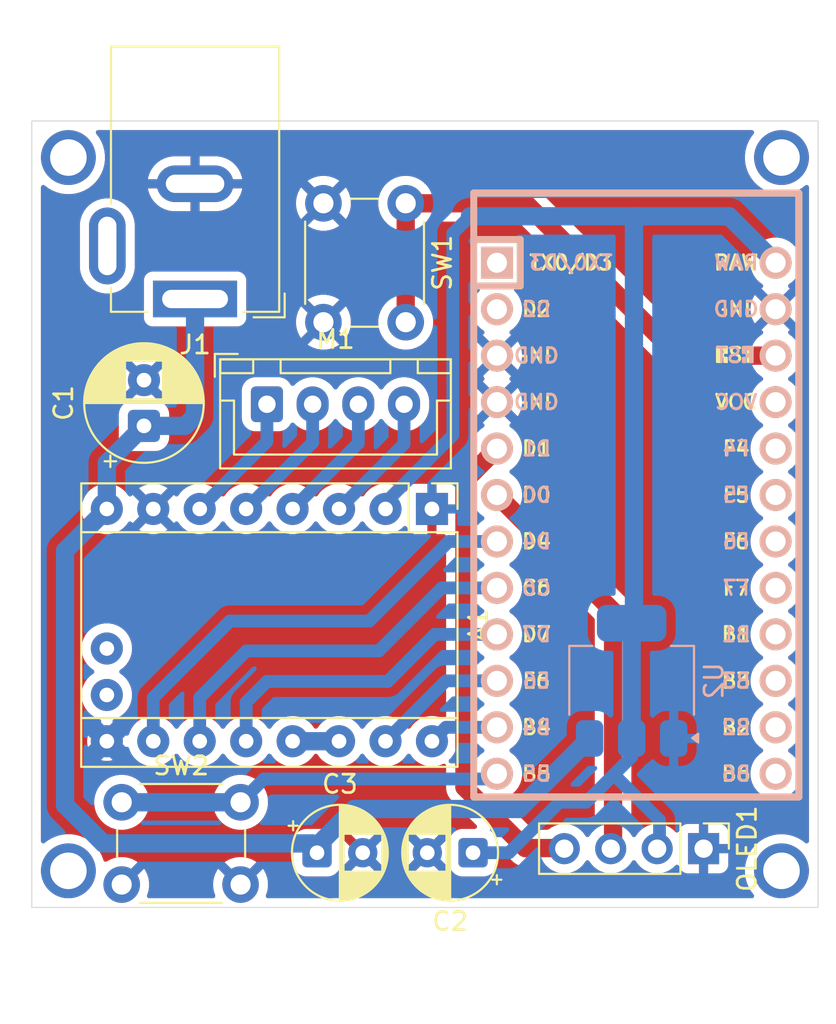
<source format=kicad_pcb>
(kicad_pcb (version 20241229) (generator "pcbnew") (generator_version "9.0")
  (layers (0 "F.Cu" signal) (2 "B.Cu" signal) (13 "F.Paste" user) (15 "B.Paste" user) (5 "F.SilkS" user "F.Silkscreen") (7 "B.SilkS" user "B.Silkscreen") (1 "F.Mask" user) (3 "B.Mask" user) (25 "Edge.Cuts" user))
  (net 0 "")
  (net 1 "Net-(A1-1A)")
  (net 2 "Net-(A1-STEP)")
  (net 3 "Net-(A1-VDD)")
  (net 4 "Net-(A1-DIR)")
  (net 5 "Net-(A1-~{RESET})")
  (net 6 "Net-(A1-1B)")
  (net 16 "Net-(A1-VMOT)")
  (net 17 "GND")
  (net 20 "Net-(A1-2B)")
  (net 21 "Net-(A1-2A)")
  (net 22 "Net-(U1-RST)")
  (net 23 "Net-(U1-~D9{slash}A9)")
  (net 24 "Net-(A1-MS3)")
  (net 25 "Net-(A1-MS2)")
  (net 26 "Net-(A1-MS1)")
  (net 27 "Net-(OLED1-SDA)")
  (net 28 "Net-(OLED1-SCL)")
  (footprint "Connector_PinHeader_2.54mm:PinHeader_1x04_P2.54mm_Vertical" (layer "F.Cu") (at 39.37 -5.588 -90)
    (property "Reference" "OLED1" (at 0 -2.38 90) (layer "F.SilkS"))
    (property "Value" "Conn_01x04_MountingPin")
    (pad "1" thru_hole rect (at 0 0 270) (size 1.7 1.7) (drill 1) (layers "*.Cu" "*.Mask") (net 17 "GND"))
    (pad "2" thru_hole circle (at 0 2.54 270) (size 1.7 1.7) (drill 1) (layers "*.Cu" "*.Mask") (net 3 "Net-(A1-VDD)"))
    (pad "3" thru_hole circle (at 0 5.08 270) (size 1.7 1.7) (drill 1) (layers "*.Cu" "*.Mask") (net 28 "Net-(OLED1-SCL)"))
    (pad "4" thru_hole circle (at 0 7.62 270) (size 1.7 1.7) (drill 1) (layers "*.Cu" "*.Mask") (net 27 "Net-(OLED1-SDA)"))
  )
  (footprint "Button_Switch_THT:SW_PUSH_6mm" (layer "F.Cu") (at 7.546 -8.124)
    (property "Reference" "SW2" (at 3.25 -2 0) (layer "F.SilkS"))
    (property "Value" "SW_Push")
    (pad "1" thru_hole circle (at 0 0 90) (size 2 2) (drill 1.1) (layers "*.Cu" "*.Mask") (net 23 "Net-(U1-~D9{slash}A9)"))
    (pad "1" thru_hole circle (at 6.5 0 90) (size 2 2) (drill 1.1) (layers "*.Cu" "*.Mask") (net 23 "Net-(U1-~D9{slash}A9)"))
    (pad "2" thru_hole circle (at 0 4.5 90) (size 2 2) (drill 1.1) (layers "*.Cu" "*.Mask") (net 17 "GND"))
    (pad "2" thru_hole circle (at 6.5 4.5 90) (size 2 2) (drill 1.1) (layers "*.Cu" "*.Mask") (net 17 "GND"))
  )
  (footprint "Capacitor_THT:CP_Radial_D5.0mm_P2.50mm" (layer "F.Cu") (at 18.226888 -5.366)
    (property "Reference" "C3" (at 1.25 -3.75 0) (layer "F.SilkS"))
    (property "Value" "C_Polarized_Small")
    (pad "1" thru_hole roundrect (at 0 0) (size 1.6 1.6) (drill 0.8) (layers "*.Cu" "*.Mask") (roundrect_rratio 0.15625) (net 16 "Net-(A1-VMOT)"))
    (pad "2" thru_hole circle (at 2.5 0) (size 1.6 1.6) (drill 0.8) (layers "*.Cu" "*.Mask") (net 17 "GND"))
  )
  (footprint "Connector_BarrelJack:BarrelJack_GCT_DCJ200-10-A_Horizontal" (layer "F.Cu") (at 11.558 -35.642 180)
    (property "Reference" "J1" (at 0 -2.5 0) (layer "F.SilkS"))
    (property "Value" "Barrel_Jack_MountingPin")
    (pad "1" thru_hole rect (at 0 0 180) (size 4.6 2) (drill oval 3.6 1) (layers "*.Cu" "*.Mask") (net 16 "Net-(A1-VMOT)"))
    (pad "2" thru_hole oval (at 0 6.3 180) (size 4.2 2) (drill oval 3.2 1) (layers "*.Cu" "*.Mask") (net 17 "GND"))
    (pad "3" thru_hole oval (at 4.8 2.9 180) (size 2 4.2) (drill oval 1 3.2) (layers "*.Cu" "*.Mask"))
  )
  (footprint "Capacitor_THT:CP_Radial_D6.3mm_P2.50mm" (layer "F.Cu") (at 8.764 -28.70462 90)
    (property "Reference" "C1" (at 1.25 -4.4 90) (layer "F.SilkS"))
    (property "Value" "C")
    (pad "1" thru_hole roundrect (at 0 0 90) (size 1.7526 1.7526) (drill 0.8) (layers "*.Cu" "*.Mask") (roundrect_rratio 0.15625) (net 16 "Net-(A1-VMOT)"))
    (pad "2" thru_hole circle (at 2.5 0 90) (size 1.7526 1.7526) (drill 0.8) (layers "*.Cu" "*.Mask") (net 17 "GND"))
  )
  (footprint "Keebio:ArduinoProMicro" (layer "F.Cu") (at 35.688 -23.654 -90)
    (property "Reference" "U1" (hide yes))
    (property "Value" "ProMicro" (hide yes))
    (fp_text user "F4" (at -3.81 -5.461 0) (layer "F.SilkS") (effects (font (size 0.8 0.8))))
    (fp_text user "F5" (at -1.27 -5.461 0) (layer "F.SilkS") (effects (font (size 0.8 0.8))))
    (fp_text user "B2" (at 11.43 -5.461 0) (layer "F.SilkS") (effects (font (size 0.8 0.8))))
    (fp_text user "ST" (at -8.92 -5.73312 0) (layer "F.SilkS") (effects (font (size 0.8 0.8))))
    (fp_text user "E6" (at 8.89 5.461 0) (layer "F.SilkS") (effects (font (size 0.8 0.8))))
    (fp_text user "TX0/D3" (at -13.97 3.571872 0) (layer "F.SilkS") (effects (font (size 0.8 0.8))))
    (fp_text user "F6" (at 1.27 -5.461 0) (layer "F.SilkS") (effects (font (size 0.8 0.8))))
    (fp_text user "RAW" (at -13.97 -5.461 0) (layer "F.SilkS") (effects (font (size 0.8 0.8))))
    (fp_text user "D2" (at -11.43 5.461 0) (layer "F.SilkS") (effects (font (size 0.8 0.8))))
    (fp_text user "D1" (at -3.81 5.461 0) (layer "F.SilkS") (effects (font (size 0.8 0.8))))
    (fp_text user "GND" (at -8.89 5.461 0) (layer "F.SilkS") (effects (font (size 0.8 0.8))))
    (fp_text user "B4" (at 11.43 5.461 0) (layer "F.SilkS") (effects (font (size 0.8 0.8))))
    (fp_text user "B1" (at 6.35 -5.461 0) (layer "F.SilkS") (effects (font (size 0.8 0.8))))
    (fp_text user "D4" (at 1.27 5.461 0) (layer "F.SilkS") (effects (font (size 0.8 0.8))))
    (fp_text user "D7" (at 6.35 5.461 0) (layer "F.SilkS") (effects (font (size 0.8 0.8))))
    (fp_text user "B6" (at 13.97 -5.461 0) (layer "F.SilkS") (effects (font (size 0.8 0.8))))
    (fp_text user "VCC" (at -6.35 -5.461 0) (layer "F.SilkS") (effects (font (size 0.8 0.8))))
    (fp_text user "GND" (at -11.43 -5.461 0) (layer "F.SilkS") (effects (font (size 0.8 0.8))))
    (fp_text user "B5" (at 13.97 5.461 0) (layer "F.SilkS") (effects (font (size 0.8 0.8))))
    (fp_text user "C6" (at 3.81 5.461 0) (layer "F.SilkS") (effects (font (size 0.8 0.8))))
    (fp_text user "GND" (at -6.35 5.461 0) (layer "F.SilkS") (effects (font (size 0.8 0.8))))
    (fp_text user "B3" (at 8.89 -5.461 0) (layer "F.SilkS") (effects (font (size 0.8 0.8))))
    (fp_text user "F7" (at 3.81 -5.461 0) (layer "F.SilkS") (effects (font (size 0.8 0.8))))
    (fp_text user "D0" (at -1.27 5.461 0) (layer "F.SilkS") (effects (font (size 0.8 0.8))))
    (fp_text user "C6" (at 3.81 5.461 0) (layer "B.SilkS") (effects (font (size 0.8 0.8)) (justify mirror)))
    (fp_text user "D2" (at -11.43 5.461 0) (layer "B.SilkS") (effects (font (size 0.8 0.8)) (justify mirror)))
    (fp_text user "D4" (at 1.27 5.461 0) (layer "B.SilkS") (effects (font (size 0.8 0.8)) (justify mirror)))
    (fp_text user "TX0/D3" (at -13.97 3.571872 0) (layer "B.SilkS") (effects (font (size 0.8 0.8)) (justify mirror)))
    (fp_text user "GND" (at -6.35 5.461 0) (layer "B.SilkS") (effects (font (size 0.8 0.8)) (justify mirror)))
    (fp_text user "D0" (at -1.27 5.461 0) (layer "B.SilkS") (effects (font (size 0.8 0.8)) (justify mirror)))
    (fp_text user "ST" (at -8.91 -5.04 0) (layer "B.SilkS") (effects (font (size 0.8 0.8)) (justify mirror)))
    (fp_text user "B4" (at 11.43 5.461 0) (layer "B.SilkS") (effects (font (size 0.8 0.8)) (justify mirror)))
    (fp_text user "D7" (at 6.35 5.461 0) (layer "B.SilkS") (effects (font (size 0.8 0.8)) (justify mirror)))
    (fp_text user "F7" (at 3.81 -5.461 0) (layer "B.SilkS") (effects (font (size 0.8 0.8)) (justify mirror)))
    (fp_text user "F5" (at -1.27 -5.461 0) (layer "B.SilkS") (effects (font (size 0.8 0.8)) (justify mirror)))
    (fp_text user "RAW" (at -13.97 -5.461 0) (layer "B.SilkS") (effects (font (size 0.8 0.8)) (justify mirror)))
    (fp_text user "B5" (at 13.97 5.461 0) (layer "B.SilkS") (effects (font (size 0.8 0.8)) (justify mirror)))
    (fp_text user "VCC" (at -6.35 -5.461 0) (layer "B.SilkS") (effects (font (size 0.8 0.8)) (justify mirror)))
    (fp_text user "E6" (at 8.89 5.461 0) (layer "B.SilkS") (effects (font (size 0.8 0.8)) (justify mirror)))
    (fp_text user "B6" (at 13.97 -5.461 0) (layer "B.SilkS") (effects (font (size 0.8 0.8)) (justify mirror)))
    (fp_text user "F4" (at -3.81 -5.461 0) (layer "B.SilkS") (effects (font (size 0.8 0.8)) (justify mirror)))
    (fp_text user "GND" (at -11.43 -5.461 0) (layer "B.SilkS") (effects (font (size 0.8 0.8)) (justify mirror)))
    (fp_text user "GND" (at -8.89 5.461 0) (layer "B.SilkS") (effects (font (size 0.8 0.8)) (justify mirror)))
    (fp_text user "F6" (at 1.27 -5.461 0) (layer "B.SilkS") (effects (font (size 0.8 0.8)) (justify mirror)))
    (fp_text user "B3" (at 8.89 -5.461 0) (layer "B.SilkS") (effects (font (size 0.8 0.8)) (justify mirror)))
    (fp_text user "B2" (at 11.43 -5.461 0) (layer "B.SilkS") (effects (font (size 0.8 0.8)) (justify mirror)))
    (fp_text user "D1" (at -3.81 5.461 0) (layer "B.SilkS") (effects (font (size 0.8 0.8)) (justify mirror)))
    (fp_text user "B1" (at 6.35 -5.461 0) (layer "B.SilkS") (effects (font (size 0.8 0.8)) (justify mirror)))
    (pad "1" thru_hole rect (at -13.97 7.62 270) (size 1.7526 1.7526) (drill 1.0922) (layers "*.Cu" "*.SilkS" "*.Mask"))
    (pad "2" thru_hole circle (at -11.43 7.62 270) (size 1.7526 1.7526) (drill 1.0922) (layers "*.Cu" "*.SilkS" "*.Mask"))
    (pad "3" thru_hole circle (at -8.89 7.62 270) (size 1.7526 1.7526) (drill 1.0922) (layers "*.Cu" "*.SilkS" "*.Mask") (net 17 "GND"))
    (pad "4" thru_hole circle (at -6.35 7.62 270) (size 1.7526 1.7526) (drill 1.0922) (layers "*.Cu" "*.SilkS" "*.Mask") (net 17 "GND"))
    (pad "5" thru_hole circle (at -3.81 7.62 270) (size 1.7526 1.7526) (drill 1.0922) (layers "*.Cu" "*.SilkS" "*.Mask") (net 27 "Net-(OLED1-SDA)"))
    (pad "6" thru_hole circle (at -1.27 7.62 270) (size 1.7526 1.7526) (drill 1.0922) (layers "*.Cu" "*.SilkS" "*.Mask") (net 28 "Net-(OLED1-SCL)"))
    (pad "7" thru_hole circle (at 1.27 7.62 270) (size 1.7526 1.7526) (drill 1.0922) (layers "*.Cu" "*.SilkS" "*.Mask") (net 26 "Net-(A1-MS1)"))
    (pad "8" thru_hole circle (at 3.81 7.62 270) (size 1.7526 1.7526) (drill 1.0922) (layers "*.Cu" "*.SilkS" "*.Mask") (net 25 "Net-(A1-MS2)"))
    (pad "9" thru_hole circle (at 6.35 7.62 270) (size 1.7526 1.7526) (drill 1.0922) (layers "*.Cu" "*.SilkS" "*.Mask") (net 24 "Net-(A1-MS3)"))
    (pad "10" thru_hole circle (at 8.89 7.62 270) (size 1.7526 1.7526) (drill 1.0922) (layers "*.Cu" "*.SilkS" "*.Mask") (net 2 "Net-(A1-STEP)"))
    (pad "11" thru_hole circle (at 11.43 7.62 270) (size 1.7526 1.7526) (drill 1.0922) (layers "*.Cu" "*.SilkS" "*.Mask") (net 4 "Net-(A1-DIR)"))
    (pad "12" thru_hole circle (at 13.97 7.62 270) (size 1.7526 1.7526) (drill 1.0922) (layers "*.Cu" "*.SilkS" "*.Mask") (net 23 "Net-(U1-~D9{slash}A9)"))
    (pad "13" thru_hole circle (at 13.97 -7.62 270) (size 1.7526 1.7526) (drill 1.0922) (layers "*.Cu" "*.SilkS" "*.Mask"))
    (pad "14" thru_hole circle (at 11.43 -7.62 270) (size 1.7526 1.7526) (drill 1.0922) (layers "*.Cu" "*.SilkS" "*.Mask"))
    (pad "15" thru_hole circle (at 8.89 -7.62 270) (size 1.7526 1.7526) (drill 1.0922) (layers "*.Cu" "*.SilkS" "*.Mask"))
    (pad "16" thru_hole circle (at 6.35 -7.62 270) (size 1.7526 1.7526) (drill 1.0922) (layers "*.Cu" "*.SilkS" "*.Mask"))
    (pad "17" thru_hole circle (at 3.81 -7.62 270) (size 1.7526 1.7526) (drill 1.0922) (layers "*.Cu" "*.SilkS" "*.Mask"))
    (pad "18" thru_hole circle (at 1.27 -7.62 270) (size 1.7526 1.7526) (drill 1.0922) (layers "*.Cu" "*.SilkS" "*.Mask"))
    (pad "19" thru_hole circle (at -1.27 -7.62 270) (size 1.7526 1.7526) (drill 1.0922) (layers "*.Cu" "*.SilkS" "*.Mask"))
    (pad "20" thru_hole circle (at -3.81 -7.62 270) (size 1.7526 1.7526) (drill 1.0922) (layers "*.Cu" "*.SilkS" "*.Mask"))
    (pad "21" thru_hole circle (at -6.35 -7.62 270) (size 1.7526 1.7526) (drill 1.0922) (layers "*.Cu" "*.SilkS" "*.Mask"))
    (pad "22" thru_hole circle (at -8.89 -7.62 270) (size 1.7526 1.7526) (drill 1.0922) (layers "*.Cu" "*.SilkS" "*.Mask") (net 22 "Net-(U1-RST)"))
    (pad "23" thru_hole circle (at -11.43 -7.62 270) (size 1.7526 1.7526) (drill 1.0922) (layers "*.Cu" "*.SilkS" "*.Mask") (net 17 "GND"))
    (pad "24" thru_hole circle (at -13.97 -7.62 270) (size 1.7526 1.7526) (drill 1.0922) (layers "*.Cu" "*.SilkS" "*.Mask") (net 3 "Net-(A1-VDD)"))
  )
  (footprint "Button_Switch_THT:SW_PUSH_6mm" (layer "F.Cu") (at 23.078 -40.874 -90)
    (property "Reference" "SW1" (at 3.25 -2 270) (layer "F.SilkS"))
    (property "Value" "SW_Push")
    (pad "1" thru_hole circle (at 0 0) (size 2 2) (drill 1.1) (layers "*.Cu" "*.Mask") (net 22 "Net-(U1-RST)"))
    (pad "1" thru_hole circle (at 6.5 0) (size 2 2) (drill 1.1) (layers "*.Cu" "*.Mask") (net 22 "Net-(U1-RST)"))
    (pad "2" thru_hole circle (at 0 4.5) (size 2 2) (drill 1.1) (layers "*.Cu" "*.Mask") (net 17 "GND"))
    (pad "2" thru_hole circle (at 6.5 4.5) (size 2 2) (drill 1.1) (layers "*.Cu" "*.Mask") (net 17 "GND"))
  )
  (footprint "Connector_JST:JST_XH_B4B-XH-A_1x04_P2.50mm_Vertical" (layer "F.Cu") (at 15.488 -29.887)
    (property "Reference" "M1" (at 3.75 -3.55 0) (layer "F.SilkS"))
    (property "Value" "Stepper_Motor_bipolar")
    (pad "1" thru_hole roundrect (at 0 0) (size 1.7526 1.95) (drill 0.95) (layers "*.Cu" "*.Mask") (roundrect_rratio 0.147059) (net 20 "Net-(A1-2B)"))
    (pad "2" thru_hole oval (at 2.5 0) (size 1.7526 1.95) (drill 0.95) (layers "*.Cu" "*.Mask") (net 21 "Net-(A1-2A)"))
    (pad "3" thru_hole oval (at 5 0) (size 1.7526 1.95) (drill 0.95) (layers "*.Cu" "*.Mask") (net 1 "Net-(A1-1A)"))
    (pad "4" thru_hole oval (at 7.5 0) (size 1.7526 1.95) (drill 0.95) (layers "*.Cu" "*.Mask") (net 6 "Net-(A1-1B)"))
  )
  (footprint "Module:Pololu_Breakout-16_15.2x20.3mm" (layer "F.Cu") (at 24.512 -24.162 -90)
    (property "Reference" "A1" (at 6.35 -2.54 90) (layer "F.SilkS"))
    (property "Value" "Pololu_Breakout_A4988")
    (pad "1" thru_hole rect (at 0 0 270) (size 1.7526 1.7526) (drill 0.8) (layers "*.Cu" "*.Mask") (net 17 "GND"))
    (pad "2" thru_hole circle (at 0 2.54 270) (size 1.7526 1.7526) (drill 0.8) (layers "*.Cu" "*.Mask") (net 3 "Net-(A1-VDD)"))
    (pad "3" thru_hole circle (at 0 5.08 270) (size 1.7526 1.7526) (drill 0.8) (layers "*.Cu" "*.Mask") (net 6 "Net-(A1-1B)"))
    (pad "4" thru_hole circle (at 0 7.62 270) (size 1.7526 1.7526) (drill 0.8) (layers "*.Cu" "*.Mask") (net 1 "Net-(A1-1A)"))
    (pad "5" thru_hole circle (at 0 10.16 270) (size 1.7526 1.7526) (drill 0.8) (layers "*.Cu" "*.Mask") (net 21 "Net-(A1-2A)"))
    (pad "6" thru_hole circle (at 0 12.7 270) (size 1.7526 1.7526) (drill 0.8) (layers "*.Cu" "*.Mask") (net 20 "Net-(A1-2B)"))
    (pad "7" thru_hole circle (at 0 15.24 270) (size 1.7526 1.7526) (drill 0.8) (layers "*.Cu" "*.Mask") (net 17 "GND"))
    (pad "8" thru_hole circle (at 0 17.78 270) (size 1.7526 1.7526) (drill 0.8) (layers "*.Cu" "*.Mask") (net 16 "Net-(A1-VMOT)"))
    (pad "9" thru_hole circle (at 12.7 17.78 270) (size 1.7526 1.7526) (drill 0.8) (layers "*.Cu" "*.Mask") (net 17 "GND") (thermal_bridge_width 1) (thermal_gap 0.2))
    (pad "10" thru_hole circle (at 12.7 15.24 270) (size 1.7526 1.7526) (drill 0.8) (layers "*.Cu" "*.Mask") (net 26 "Net-(A1-MS1)"))
    (pad "11" thru_hole circle (at 12.7 12.7 270) (size 1.7526 1.7526) (drill 0.8) (layers "*.Cu" "*.Mask") (net 25 "Net-(A1-MS2)"))
    (pad "12" thru_hole circle (at 12.7 10.16 270) (size 1.7526 1.7526) (drill 0.8) (layers "*.Cu" "*.Mask") (net 24 "Net-(A1-MS3)"))
    (pad "13" thru_hole circle (at 12.7 7.62 270) (size 1.7526 1.7526) (drill 0.8) (layers "*.Cu" "*.Mask") (net 5 "Net-(A1-~{RESET})"))
    (pad "14" thru_hole circle (at 12.7 5.08 270) (size 1.7526 1.7526) (drill 0.8) (layers "*.Cu" "*.Mask") (net 5 "Net-(A1-~{RESET})"))
    (pad "15" thru_hole circle (at 12.7 2.54 270) (size 1.7526 1.7526) (drill 0.8) (layers "*.Cu" "*.Mask") (net 2 "Net-(A1-STEP)"))
    (pad "16" thru_hole oval (at 12.7 0 270) (size 1.7526 1.7526) (drill 0.8) (layers "*.Cu" "*.Mask") (net 4 "Net-(A1-DIR)"))
    (pad "17" thru_hole circle (at 10.17 17.78) (size 1.7526 1.7526) (drill 0.8) (layers "*.Cu" "*.Mask"))
    (pad "18" thru_hole circle (at 7.63 17.78) (size 1.7526 1.7526) (drill 0.8) (layers "*.Cu" "*.Mask"))
  )
  (footprint "Capacitor_THT:CP_Radial_D5.0mm_P2.50mm" (layer "F.Cu") (at 26.758 -5.366 180)
    (property "Reference" "C2" (at 1.25 -3.75 180) (layer "F.SilkS"))
    (property "Value" "C_Polarized_Small")
    (pad "1" thru_hole roundrect (at 0 0 180) (size 1.6 1.6) (drill 0.8) (layers "*.Cu" "*.Mask") (roundrect_rratio 0.15625) (net 3 "Net-(A1-VDD)"))
    (pad "2" thru_hole circle (at 2.5 0 180) (size 1.6 1.6) (drill 0.8) (layers "*.Cu" "*.Mask") (net 17 "GND"))
  )
  (footprint "Package_TO_SOT_SMD:SOT-223-3_TabPin2" (layer "B.Cu") (at 35.434 -14.764 90)
    (property "Reference" "U2" (at 0 4.5 90) (layer "B.SilkS") (effects (justify mirror)))
    (property "Value" "AMS1117-5.0")
    (pad "1" smd roundrect (at -3.15 2.3 90) (size 2 1.5) (layers "B.Cu" "B.Mask" "B.Paste") (net 17 "GND"))
    (pad "2" smd roundrect (at -3.15 0 90) (size 2 1.5) (layers "B.Cu" "B.Mask" "B.Paste") (net 3 "Net-(A1-VDD)"))
    (pad "2" smd roundrect (at 3.15 0 90) (size 2 3.8) (layers "B.Cu" "B.Mask" "B.Paste") (net 3 "Net-(A1-VDD)"))
    (pad "3" smd roundrect (at -3.15 -2.3 90) (size 2 1.5) (layers "B.Cu" "B.Mask" "B.Paste") (net 16 "Net-(A1-VMOT)"))
  )
  (gr_rect (start 2.63 -45.376) (end 45.63 -2.376) (stroke (width 0.05)) (fill no) (layer "Edge.Cuts"))
  (via (at 4.63 -4.376) (size 3) (drill 2) (layers "F.Cu" "B.Cu") (net 0))
  (via (at 43.63 -43.376) (size 3) (drill 2) (layers "F.Cu" "B.Cu") (net 0))
  (via (at 43.63 -4.376) (size 3) (drill 2) (layers "F.Cu" "B.Cu") (net 0))
  (via (at 4.63 -43.376) (size 3) (drill 2) (layers "F.Cu" "B.Cu") (net 0))
  (segment (start 20.488 -27.758) (end 20.488 -29.887) (width 0.7) (layer "B.Cu") (net 1))
  (segment (start 16.892 -24.162) (end 20.488 -27.758) (width 0.7) (layer "B.Cu") (net 1))
  (segment (start 25.274 -14.764) (end 21.972 -11.462) (width 0.7) (layer "B.Cu") (net 2))
  (segment (start 28.068 -14.764) (end 25.274 -14.764) (width 0.7) (layer "B.Cu") (net 2))
  (segment (start 26.758 -5.366) (end 28.725892 -5.366) (width 0.7) (layer "B.Cu") (net 3))
  (segment (start 26.58648 -40.164) (end 35.688 -40.164) (width 1) (layer "B.Cu") (net 3))
  (segment (start 21.972 -24.512) (end 25.654 -28.194) (width 0.7) (layer "B.Cu") (net 3))
  (segment (start 31.487892 -8.128) (end 32.948 -8.128) (width 0.7) (layer "B.Cu") (net 3))
  (segment (start 35.434 -10.614) (end 35.434 -11.614) (width 0.7) (layer "B.Cu") (net 3))
  (segment (start 35.56 -18.04) (end 35.56 -40.036) (width 1) (layer "B.Cu") (net 3))
  (segment (start 36.958 -7.144) (end 34.461 -9.641) (width 0.7) (layer "B.Cu") (net 3))
  (segment (start 32.948 -8.128) (end 34.461 -9.641) (width 0.7) (layer "B.Cu") (net 3))
  (segment (start 34.461 -9.641) (end 35.434 -10.614) (width 0.7) (layer "B.Cu") (net 3))
  (segment (start 25.654 -39.23152) (end 26.58648 -40.164) (width 0.7) (layer "B.Cu") (net 3))
  (segment (start 35.688 -40.164) (end 40.768 -40.164) (width 1) (layer "B.Cu") (net 3))
  (segment (start 36.958 -5.62) (end 36.958 -7.144) (width 0.7) (layer "B.Cu") (net 3))
  (segment (start 25.654 -28.194) (end 25.654 -39.23152) (width 0.7) (layer "B.Cu") (net 3))
  (segment (start 35.434 -11.614) (end 35.434 -17.914) (width 1) (layer "B.Cu") (net 3))
  (segment (start 35.56 -40.036) (end 35.688 -40.164) (width 1) (layer "B.Cu") (net 3))
  (segment (start 35.434 -17.914) (end 35.56 -18.04) (width 1) (layer "B.Cu") (net 3))
  (segment (start 40.768 -40.164) (end 43.308 -37.624) (width 1) (layer "B.Cu") (net 3))
  (segment (start 28.725892 -5.366) (end 31.487892 -8.128) (width 0.7) (layer "B.Cu") (net 3))
  (segment (start 24.512 -11.462) (end 25.274 -12.224) (width 0.7) (layer "B.Cu") (net 4))
  (segment (start 25.274 -12.224) (end 28.068 -12.224) (width 0.7) (layer "B.Cu") (net 4))
  (segment (start 16.892 -11.462) (end 19.432 -11.462) (width 1) (layer "B.Cu") (net 5))
  (segment (start 19.432 -24.162) (end 22.988 -27.718) (width 0.7) (layer "B.Cu") (net 6))
  (segment (start 22.988 -27.718) (end 22.988 -29.887) (width 0.7) (layer "B.Cu") (net 6))
  (segment (start 18.226888 -5.73771) (end 20.245878 -7.7567) (width 1) (layer "B.Cu") (net 16))
  (segment (start 6.732 -24.162) (end 6.732 -26.67262) (width 1) (layer "B.Cu") (net 16))
  (segment (start 11.558 -29.252) (end 11.558 -35.642) (width 1) (layer "B.Cu") (net 16))
  (segment (start 6.544738 -5.874) (end 4.446 -7.972738) (width 1) (layer "B.Cu") (net 16))
  (segment (start 8.764 -28.70462) (end 11.01062 -28.70462) (width 1) (layer "B.Cu") (net 16))
  (segment (start 18.226888 -5.73771) (end 18.226888 -5.366) (width 1) (layer "B.Cu") (net 16))
  (segment (start 6.544738 -5.874) (end 17.972888 -5.874) (width 1) (layer "B.Cu") (net 16))
  (segment (start 18.226888 -5.62) (end 18.226888 -5.73771) (width 1) (layer "B.Cu") (net 16))
  (segment (start 4.446 -7.972738) (end 4.446 -21.876) (width 1) (layer "B.Cu") (net 16))
  (segment (start 11.558 -29.252) (end 11.01062 -28.70462) (width 1) (layer "B.Cu") (net 16))
  (segment (start 6.732 -26.67262) (end 8.764 -28.70462) (width 1) (layer "B.Cu") (net 16))
  (segment (start 4.446 -21.876) (end 6.732 -24.162) (width 1) (layer "B.Cu") (net 16))
  (segment (start 29.2767 -7.7567) (end 33.134 -11.614) (width 1) (layer "B.Cu") (net 16))
  (segment (start 20.245878 -7.7567) (end 29.2767 -7.7567) (width 1) (layer "B.Cu") (net 16))
  (segment (start 18.226888 -5.62) (end 17.972888 -5.874) (width 1) (layer "B.Cu") (net 16))
  (segment (start 11.812 -24.172) (end 15.488 -27.848) (width 0.7) (layer "B.Cu") (net 20))
  (segment (start 15.488 -27.848) (end 15.488 -29.887) (width 0.7) (layer "B.Cu") (net 20))
  (segment (start 14.352 -24.162) (end 17.988 -27.798) (width 0.7) (layer "B.Cu") (net 21))
  (segment (start 17.988 -27.798) (end 17.988 -29.887) (width 0.7) (layer "B.Cu") (net 21))
  (segment (start 23.078 -40.874) (end 29.644 -40.874) (width 1) (layer "F.Cu") (net 22))
  (segment (start 37.974 -32.544) (end 43.308 -32.544) (width 1) (layer "F.Cu") (net 22))
  (segment (start 23.078 -40.874) (end 23.078 -34.374) (width 1) (layer "F.Cu") (net 22))
  (segment (start 29.644 -40.874) (end 37.974 -32.544) (width 1) (layer "F.Cu") (net 22))
  (segment (start 14.046 -8.124) (end 15.32 -9.398) (width 0.7) (layer "B.Cu") (net 23))
  (segment (start 15.32 -9.398) (end 27.782 -9.398) (width 0.7) (layer "B.Cu") (net 23))
  (segment (start 14.046 -8.124) (end 7.546 -8.124) (width 1) (layer "B.Cu") (net 23))
  (segment (start 22.098 -14.732) (end 15.494 -14.732) (width 0.7) (layer "B.Cu") (net 24))
  (segment (start 15.494 -14.732) (end 14.352 -13.59) (width 0.7) (layer "B.Cu") (net 24))
  (segment (start 14.352 -13.59) (end 14.352 -11.462) (width 0.7) (layer "B.Cu") (net 24))
  (segment (start 28.068 -17.304) (end 24.67 -17.304) (width 0.7) (layer "B.Cu") (net 24))
  (segment (start 24.67 -17.304) (end 22.098 -14.732) (width 0.7) (layer "B.Cu") (net 24))
  (segment (start 25.048651 -19.844) (end 21.602862 -16.398211) (width 0.7) (layer "B.Cu") (net 25))
  (segment (start 14.366212 -16.398211) (end 11.812 -13.843999) (width 0.7) (layer "B.Cu") (net 25))
  (segment (start 21.602862 -16.398211) (end 14.366212 -16.398211) (width 0.7) (layer "B.Cu") (net 25))
  (segment (start 11.812 -13.843999) (end 11.812 -11.462) (width 0.7) (layer "B.Cu") (net 25))
  (segment (start 28.068 -19.844) (end 25.048651 -19.844) (width 0.7) (layer "B.Cu") (net 25))
  (segment (start 9.272 -13.844) (end 9.272 -11.462) (width 0.7) (layer "B.Cu") (net 26))
  (segment (start 13.462 -18.034) (end 9.272 -13.844) (width 0.7) (layer "B.Cu") (net 26))
  (segment (start 25.432 -22.384) (end 21.082 -18.034) (width 0.7) (layer "B.Cu") (net 26))
  (segment (start 21.082 -18.034) (end 13.462 -18.034) (width 0.7) (layer "B.Cu") (net 26))
  (segment (start 28.068 -22.384) (end 25.432 -22.384) (width 0.7) (layer "B.Cu") (net 26))
  (segment (start 26.2907 -8.947818) (end 26.2907 -25.6867) (width 1) (layer "F.Cu") (net 27))
  (segment (start 29.618518 -5.62) (end 26.2907 -8.947818) (width 1) (layer "F.Cu") (net 27))
  (segment (start 31.878 -5.62) (end 29.618518 -5.62) (width 1) (layer "F.Cu") (net 27))
  (segment (start 26.2907 -25.6867) (end 28.068 -27.464) (width 1) (layer "F.Cu") (net 27))
  (segment (start 28.068 -24.924) (end 34.418 -18.574) (width 1) (layer "F.Cu") (net 28))
  (segment (start 34.418 -18.574) (end 34.418 -5.62) (width 1) (layer "F.Cu") (net 28))
  (zone (net 17) (net_name "GND") (layers "F.Cu" "B.Cu") (connect_pads (clearance 0.5)) (min_thickness 0.25) (fill yes (thermal_gap 0.5) (thermal_bridge_width 0.5) (island_removal_mode 1) (island_area_min 10))
    (polygon (pts (xy 0.89 -47.276) (xy 46.61 -47.276) (xy 46.61 -1.556) (xy 0.89 -1.556)))
  )
)
</source>
